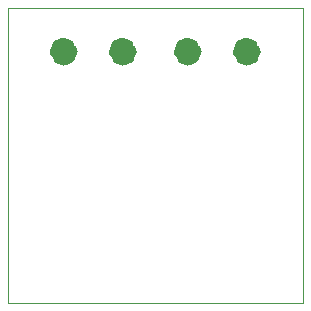
<source format=gbr>
%TF.GenerationSoftware,KiCad,Pcbnew,(7.0.0)*%
%TF.CreationDate,2023-08-29T19:28:47-03:00*%
%TF.ProjectId,Driver_TB67H451AFNG,44726976-6572-45f5-9442-363748343531,rev?*%
%TF.SameCoordinates,Original*%
%TF.FileFunction,Paste,Bot*%
%TF.FilePolarity,Positive*%
%FSLAX46Y46*%
G04 Gerber Fmt 4.6, Leading zero omitted, Abs format (unit mm)*
G04 Created by KiCad (PCBNEW (7.0.0)) date 2023-08-29 19:28:47*
%MOMM*%
%LPD*%
G01*
G04 APERTURE LIST*
%ADD10C,1.193034*%
%TA.AperFunction,Profile*%
%ADD11C,0.100000*%
%TD*%
G04 APERTURE END LIST*
D10*
X150596517Y-90000000D02*
G75*
G03*
X150596517Y-90000000I-596517J0D01*
G01*
X155596517Y-90000000D02*
G75*
G03*
X155596517Y-90000000I-596517J0D01*
G01*
X161096517Y-90000000D02*
G75*
G03*
X161096517Y-90000000I-596517J0D01*
G01*
X166096517Y-90000000D02*
G75*
G03*
X166096517Y-90000000I-596517J0D01*
G01*
D11*
X145290000Y-86280000D02*
X170290000Y-86280000D01*
X170290000Y-86280000D02*
X170290000Y-111280000D01*
X170290000Y-111280000D02*
X145290000Y-111280000D01*
X145290000Y-111280000D02*
X145290000Y-86280000D01*
M02*

</source>
